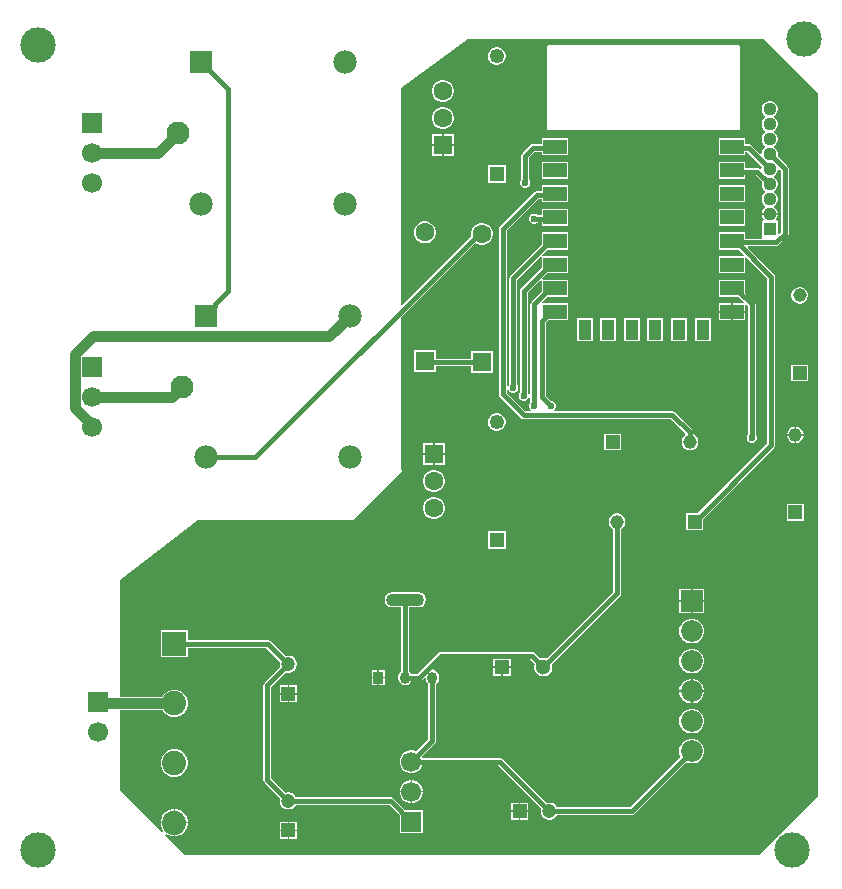
<source format=gtl>
G04*
G04 #@! TF.GenerationSoftware,Altium Limited,Altium Designer,24.1.2 (44)*
G04*
G04 Layer_Physical_Order=1*
G04 Layer_Color=255*
%FSLAX44Y44*%
%MOMM*%
G71*
G04*
G04 #@! TF.SameCoordinates,B745F531-A7CA-4E96-B01F-91F4E74D0D5B*
G04*
G04*
G04 #@! TF.FilePolarity,Positive*
G04*
G01*
G75*
%ADD17R,2.0000X1.2000*%
%ADD18R,1.1000X1.7000*%
G04:AMPARAMS|DCode=19|XSize=1.0043mm|YSize=3.1821mm|CornerRadius=0.4369mm|HoleSize=0mm|Usage=FLASHONLY|Rotation=90.000|XOffset=0mm|YOffset=0mm|HoleType=Round|Shape=RoundedRectangle|*
%AMROUNDEDRECTD19*
21,1,1.0043,2.3084,0,0,90.0*
21,1,0.1306,3.1821,0,0,90.0*
1,1,0.8737,1.1542,0.0653*
1,1,0.8737,1.1542,-0.0653*
1,1,0.8737,-1.1542,-0.0653*
1,1,0.8737,-1.1542,0.0653*
%
%ADD19ROUNDEDRECTD19*%
G04:AMPARAMS|DCode=20|XSize=1.0043mm|YSize=0.8721mm|CornerRadius=0.4361mm|HoleSize=0mm|Usage=FLASHONLY|Rotation=90.000|XOffset=0mm|YOffset=0mm|HoleType=Round|Shape=RoundedRectangle|*
%AMROUNDEDRECTD20*
21,1,1.0043,0.0000,0,0,90.0*
21,1,0.1322,0.8721,0,0,90.0*
1,1,0.8721,0.0000,0.0661*
1,1,0.8721,0.0000,-0.0661*
1,1,0.8721,0.0000,-0.0661*
1,1,0.8721,0.0000,0.0661*
%
%ADD20ROUNDEDRECTD20*%
%ADD21R,0.8721X1.0043*%
%ADD24C,0.9000*%
%ADD30C,1.6000*%
%ADD31R,1.6000X1.6000*%
%ADD34C,1.1200*%
%ADD35R,1.1200X1.1200*%
%ADD36C,1.8400*%
%ADD37R,1.8400X1.8400*%
%ADD38C,1.3000*%
%ADD39R,1.3000X1.3000*%
%ADD40C,1.2000*%
%ADD41R,1.2000X1.2000*%
%ADD42R,1.2000X1.2000*%
%ADD43C,1.1500*%
%ADD44R,1.1500X1.1500*%
%ADD45R,1.1500X1.1500*%
%ADD46C,1.2500*%
%ADD47R,1.2500X1.2500*%
%ADD52C,0.3810*%
%ADD53R,2.0550X2.0550*%
%ADD54C,2.0550*%
%ADD55R,1.9800X1.9800*%
%ADD56C,1.9350*%
%ADD57C,1.9800*%
%ADD58R,1.7000X1.7000*%
%ADD59C,1.7000*%
%ADD60R,1.6000X1.6000*%
%ADD61C,0.6000*%
%ADD62C,3.0000*%
G36*
X683260Y665480D02*
Y69850D01*
X633730Y20320D01*
X147320D01*
X130517Y37123D01*
X131341Y38052D01*
X133974Y36532D01*
X136910Y35745D01*
X137795D01*
Y46655D01*
X126885D01*
Y45770D01*
X127672Y42834D01*
X129192Y40201D01*
X128263Y39377D01*
X92710Y74930D01*
Y142407D01*
X128496D01*
X129192Y141201D01*
X131341Y139052D01*
X133974Y137532D01*
X136910Y136745D01*
X139950D01*
X142886Y137532D01*
X145519Y139052D01*
X147668Y141201D01*
X149188Y143834D01*
X149975Y146770D01*
Y149810D01*
X149188Y152746D01*
X147668Y155379D01*
X145519Y157528D01*
X142886Y159048D01*
X139950Y159835D01*
X136910D01*
X133974Y159048D01*
X131341Y157528D01*
X129192Y155379D01*
X128496Y154173D01*
X92710D01*
Y252730D01*
X158750Y303530D01*
X289560D01*
X331470Y345440D01*
X330200Y346710D01*
Y475482D01*
X393140Y538422D01*
X395202Y537232D01*
X397560Y536600D01*
X400000D01*
X402358Y537232D01*
X404472Y538452D01*
X406198Y540178D01*
X407418Y542292D01*
X408050Y544650D01*
Y547090D01*
X407418Y549448D01*
X406198Y551562D01*
X404472Y553288D01*
X402358Y554508D01*
X400000Y555140D01*
X397560D01*
X395202Y554508D01*
X393088Y553288D01*
X391362Y551562D01*
X390142Y549448D01*
X389510Y547090D01*
Y544650D01*
X389658Y544096D01*
X331373Y485811D01*
X330200Y486297D01*
Y661670D01*
Y669024D01*
X387350Y710934D01*
X637806D01*
X683260Y665480D01*
D02*
G37*
%LPC*%
G36*
X412470Y703950D02*
X410490D01*
X408577Y703438D01*
X406863Y702448D01*
X405462Y701047D01*
X404473Y699333D01*
X403960Y697420D01*
Y695440D01*
X404473Y693527D01*
X405462Y691813D01*
X406863Y690413D01*
X408577Y689423D01*
X410490Y688910D01*
X412470D01*
X414383Y689423D01*
X416097Y690413D01*
X417497Y691813D01*
X418488Y693527D01*
X419000Y695440D01*
Y697420D01*
X418488Y699333D01*
X417497Y701047D01*
X416097Y702448D01*
X414383Y703438D01*
X412470Y703950D01*
D02*
G37*
G36*
X366980Y676060D02*
X364540D01*
X362182Y675428D01*
X360068Y674208D01*
X358342Y672482D01*
X357122Y670368D01*
X356490Y668010D01*
Y665570D01*
X357122Y663212D01*
X358342Y661098D01*
X360068Y659372D01*
X362182Y658152D01*
X364540Y657520D01*
X366980D01*
X369338Y658152D01*
X371452Y659372D01*
X373178Y661098D01*
X374398Y663212D01*
X375030Y665570D01*
Y668010D01*
X374398Y670368D01*
X373178Y672482D01*
X371452Y674208D01*
X369338Y675428D01*
X366980Y676060D01*
D02*
G37*
G36*
Y653160D02*
X364540D01*
X362182Y652528D01*
X360068Y651308D01*
X358342Y649582D01*
X357122Y647468D01*
X356490Y645110D01*
Y642670D01*
X357122Y640312D01*
X358342Y638198D01*
X360068Y636472D01*
X362182Y635252D01*
X364540Y634620D01*
X366980D01*
X369338Y635252D01*
X371452Y636472D01*
X373178Y638198D01*
X374398Y640312D01*
X375030Y642670D01*
Y645110D01*
X374398Y647468D01*
X373178Y649582D01*
X371452Y651308D01*
X369338Y652528D01*
X366980Y653160D01*
D02*
G37*
G36*
X615780Y706195D02*
X455690D01*
X454718Y705792D01*
X454315Y704820D01*
Y634916D01*
X454718Y633944D01*
X455690Y633541D01*
X615780D01*
X616752Y633944D01*
X617155Y634916D01*
Y704820D01*
X616752Y705792D01*
X615780Y706195D01*
D02*
G37*
G36*
X375030Y630260D02*
X366395D01*
Y621625D01*
X375030D01*
Y630260D01*
D02*
G37*
G36*
X365125D02*
X356490D01*
Y621625D01*
X365125D01*
Y630260D01*
D02*
G37*
G36*
X643651Y658380D02*
X641843D01*
X640095Y657912D01*
X638529Y657007D01*
X637250Y655728D01*
X636345Y654162D01*
X635877Y652414D01*
Y650606D01*
X636345Y648858D01*
X637250Y647292D01*
X638529Y646013D01*
X638906Y645795D01*
Y644525D01*
X638529Y644307D01*
X637250Y643028D01*
X636345Y641462D01*
X635877Y639714D01*
Y637906D01*
X636345Y636158D01*
X637250Y634592D01*
X638529Y633313D01*
X638906Y633095D01*
Y631825D01*
X638529Y631607D01*
X637250Y630328D01*
X636345Y628762D01*
X635877Y627014D01*
Y625206D01*
X636345Y623458D01*
X637250Y621892D01*
X638529Y620613D01*
X638906Y620395D01*
Y619125D01*
X638529Y618907D01*
X637250Y617628D01*
X636345Y616062D01*
X635877Y614314D01*
Y613954D01*
X634607Y613428D01*
X627106Y620929D01*
X626056Y621631D01*
X624817Y621877D01*
X622050D01*
Y627090D01*
X599510D01*
Y612550D01*
X622050D01*
Y615403D01*
X623476D01*
X636170Y602709D01*
X635877Y601614D01*
Y601254D01*
X634607Y600728D01*
X634406Y600929D01*
X633356Y601631D01*
X632117Y601877D01*
X622050D01*
Y607090D01*
X599510D01*
Y592550D01*
X622050D01*
Y595403D01*
X630776D01*
X636170Y590009D01*
X635877Y588914D01*
Y587106D01*
X636345Y585358D01*
X637250Y583792D01*
X638529Y582513D01*
X638906Y582295D01*
Y581025D01*
X638529Y580807D01*
X637250Y579528D01*
X636345Y577962D01*
X635877Y576214D01*
Y574406D01*
X636345Y572658D01*
X637250Y571092D01*
X638529Y569813D01*
X638906Y569595D01*
Y568325D01*
X638529Y568107D01*
X637250Y566828D01*
X636345Y565262D01*
X635877Y563514D01*
Y563245D01*
X642747D01*
X649617D01*
Y563514D01*
X649149Y565262D01*
X648244Y566828D01*
X646965Y568107D01*
X646588Y568325D01*
Y569595D01*
X646965Y569813D01*
X648244Y571092D01*
X649149Y572658D01*
X649617Y574406D01*
Y576214D01*
X649149Y577962D01*
X648244Y579528D01*
X646965Y580807D01*
X646588Y581025D01*
Y582295D01*
X646965Y582513D01*
X648244Y583792D01*
X649149Y585358D01*
X649617Y587106D01*
Y588914D01*
X649149Y590662D01*
X648244Y592228D01*
X646965Y593507D01*
X646588Y593725D01*
Y594995D01*
X646965Y595213D01*
X648244Y596492D01*
X649149Y598058D01*
X649617Y599806D01*
Y600166D01*
X650887Y600692D01*
X652083Y599496D01*
Y547441D01*
X650790Y546148D01*
X649617Y546634D01*
Y556780D01*
X648429D01*
X647903Y558050D01*
X648244Y558392D01*
X649149Y559958D01*
X649617Y561706D01*
Y561975D01*
X642747D01*
X635877D01*
Y561706D01*
X636345Y559958D01*
X637250Y558392D01*
X637591Y558050D01*
X637065Y556780D01*
X635877D01*
Y543040D01*
X635877D01*
X635618Y541877D01*
X622050D01*
Y547090D01*
X599510D01*
Y532550D01*
X616452D01*
X620739Y528263D01*
X620252Y527090D01*
X599510D01*
Y512550D01*
X622050D01*
Y525293D01*
X623223Y525779D01*
X640653Y508349D01*
Y368591D01*
X581342Y309280D01*
X571880D01*
Y295240D01*
X585920D01*
Y304702D01*
X646179Y364961D01*
X646881Y366011D01*
X647127Y367250D01*
Y509690D01*
X646881Y510929D01*
X646179Y511979D01*
X623929Y534230D01*
X624415Y535403D01*
X647860D01*
X649099Y535649D01*
X650149Y536351D01*
X657609Y543811D01*
X658311Y544861D01*
X658557Y546100D01*
Y600837D01*
X658311Y602076D01*
X657609Y603126D01*
X649324Y611411D01*
X649617Y612506D01*
Y614314D01*
X649149Y616062D01*
X648244Y617628D01*
X646965Y618907D01*
X646588Y619125D01*
Y620395D01*
X646965Y620613D01*
X648244Y621892D01*
X649149Y623458D01*
X649617Y625206D01*
Y627014D01*
X649149Y628762D01*
X648244Y630328D01*
X646965Y631607D01*
X646588Y631825D01*
Y633095D01*
X646965Y633313D01*
X648244Y634592D01*
X649149Y636158D01*
X649617Y637906D01*
Y639714D01*
X649149Y641462D01*
X648244Y643028D01*
X646965Y644307D01*
X646588Y644525D01*
Y645795D01*
X646965Y646013D01*
X648244Y647292D01*
X649149Y648858D01*
X649617Y650606D01*
Y652414D01*
X649149Y654162D01*
X648244Y655728D01*
X646965Y657007D01*
X645399Y657912D01*
X643651Y658380D01*
D02*
G37*
G36*
X472050Y627090D02*
X449510D01*
Y621877D01*
X442110D01*
X440871Y621631D01*
X439821Y620929D01*
X433321Y614429D01*
X432619Y613379D01*
X432373Y612140D01*
Y592081D01*
X431990Y591699D01*
X431340Y590129D01*
Y588431D01*
X431990Y586861D01*
X433191Y585660D01*
X434761Y585010D01*
X436459D01*
X438029Y585660D01*
X439230Y586861D01*
X439880Y588431D01*
Y590129D01*
X439230Y591699D01*
X438847Y592081D01*
Y610799D01*
X443451Y615403D01*
X449510D01*
Y612550D01*
X472050D01*
Y627090D01*
D02*
G37*
G36*
X375030Y620355D02*
X366395D01*
Y611720D01*
X375030D01*
Y620355D01*
D02*
G37*
G36*
X365125D02*
X356490D01*
Y611720D01*
X365125D01*
Y620355D01*
D02*
G37*
G36*
X472050Y607090D02*
X449510D01*
Y592550D01*
X472050D01*
Y607090D01*
D02*
G37*
G36*
X419000Y603950D02*
X403960D01*
Y588910D01*
X419000D01*
Y603950D01*
D02*
G37*
G36*
X622050Y587090D02*
X599510D01*
Y572550D01*
X622050D01*
Y587090D01*
D02*
G37*
G36*
X472050D02*
X449510D01*
Y581877D01*
X445290D01*
X444051Y581631D01*
X443001Y580929D01*
X414271Y552199D01*
X413569Y551149D01*
X413323Y549910D01*
Y410210D01*
X413569Y408971D01*
X414271Y407921D01*
X432051Y390141D01*
X433101Y389439D01*
X434340Y389193D01*
X558729D01*
X571187Y376735D01*
X571059Y375349D01*
X570780Y375187D01*
X569473Y373880D01*
X568548Y372280D01*
X568070Y370494D01*
Y368646D01*
X568548Y366860D01*
X569473Y365260D01*
X570780Y363953D01*
X572380Y363028D01*
X574166Y362550D01*
X576014D01*
X577800Y363028D01*
X579400Y363953D01*
X580707Y365260D01*
X581632Y366860D01*
X582110Y368646D01*
Y370494D01*
X581632Y372280D01*
X580707Y373880D01*
X579400Y375187D01*
X577950Y376025D01*
Y377787D01*
X577704Y379026D01*
X577002Y380076D01*
X562359Y394719D01*
X561309Y395421D01*
X560070Y395667D01*
X460652D01*
X460126Y396937D01*
X460820Y397631D01*
X461470Y399201D01*
Y400899D01*
X460820Y402469D01*
X459619Y403670D01*
X458049Y404320D01*
X457287D01*
X452817Y408790D01*
Y470574D01*
X454793Y472550D01*
X472050D01*
Y487090D01*
X450424D01*
X449898Y488360D01*
X454088Y492550D01*
X472050D01*
Y507090D01*
X450424D01*
X449898Y508360D01*
X454088Y512550D01*
X472050D01*
Y527090D01*
X450424D01*
X449898Y528360D01*
X454088Y532550D01*
X472050D01*
Y547090D01*
X449510D01*
Y537128D01*
X423161Y510779D01*
X422459Y509729D01*
X422213Y508490D01*
Y418091D01*
X421830Y417709D01*
X421180Y416139D01*
Y414441D01*
X421830Y412871D01*
X423031Y411670D01*
X424601Y411020D01*
X426299D01*
X427869Y411670D01*
X429070Y412871D01*
X429720Y414441D01*
Y416139D01*
X429070Y417709D01*
X428687Y418091D01*
Y507149D01*
X448240Y526702D01*
X449510Y526176D01*
Y517128D01*
X432051Y499669D01*
X431349Y498619D01*
X431103Y497380D01*
Y411741D01*
X430720Y411359D01*
X430070Y409789D01*
Y408091D01*
X430720Y406521D01*
X431921Y405320D01*
X433491Y404670D01*
X435189D01*
X436759Y405320D01*
X437960Y406521D01*
X438610Y408091D01*
Y409789D01*
X437960Y411359D01*
X437577Y411741D01*
Y496039D01*
X448240Y506702D01*
X449510Y506176D01*
Y497128D01*
X440941Y488559D01*
X440239Y487509D01*
X439993Y486270D01*
Y402851D01*
X439610Y402469D01*
X438960Y400899D01*
Y399201D01*
X439610Y397631D01*
X440304Y396937D01*
X439778Y395667D01*
X435681D01*
X419797Y411551D01*
Y548569D01*
X446631Y575403D01*
X449510D01*
Y572550D01*
X472050D01*
Y587090D01*
D02*
G37*
G36*
Y567090D02*
X449510D01*
Y562037D01*
X446031D01*
X445649Y562420D01*
X444079Y563070D01*
X442381D01*
X440811Y562420D01*
X439610Y561219D01*
X438960Y559649D01*
Y557951D01*
X439610Y556381D01*
X440811Y555180D01*
X442381Y554530D01*
X444079D01*
X445649Y555180D01*
X446031Y555563D01*
X449510D01*
Y552550D01*
X472050D01*
Y567090D01*
D02*
G37*
G36*
X622050D02*
X599510D01*
Y552550D01*
X622050D01*
Y567090D01*
D02*
G37*
G36*
X351740Y556410D02*
X349300D01*
X346942Y555778D01*
X344828Y554558D01*
X343102Y552832D01*
X341882Y550718D01*
X341250Y548360D01*
Y545920D01*
X341882Y543562D01*
X343102Y541448D01*
X344828Y539722D01*
X346942Y538502D01*
X349300Y537870D01*
X351740D01*
X354098Y538502D01*
X356212Y539722D01*
X357938Y541448D01*
X359158Y543562D01*
X359790Y545920D01*
Y548360D01*
X359158Y550718D01*
X357938Y552832D01*
X356212Y554558D01*
X354098Y555778D01*
X351740Y556410D01*
D02*
G37*
G36*
X668944Y500830D02*
X667096D01*
X665310Y500352D01*
X663710Y499427D01*
X662403Y498120D01*
X661478Y496520D01*
X661000Y494734D01*
Y492886D01*
X661478Y491100D01*
X662403Y489500D01*
X663710Y488193D01*
X665310Y487268D01*
X667096Y486790D01*
X668944D01*
X670730Y487268D01*
X672330Y488193D01*
X673637Y489500D01*
X674562Y491100D01*
X675040Y492886D01*
Y494734D01*
X674562Y496520D01*
X673637Y498120D01*
X672330Y499427D01*
X670730Y500352D01*
X668944Y500830D01*
D02*
G37*
G36*
X610145Y487090D02*
X599510D01*
Y480455D01*
X610145D01*
Y487090D01*
D02*
G37*
G36*
X622050Y479185D02*
X611415D01*
Y472550D01*
X622050D01*
Y479185D01*
D02*
G37*
G36*
X610145D02*
X599510D01*
Y472550D01*
X610145D01*
Y479185D01*
D02*
G37*
G36*
X592550Y474590D02*
X579010D01*
Y455050D01*
X592550D01*
Y474590D01*
D02*
G37*
G36*
X572550D02*
X559010D01*
Y455050D01*
X572550D01*
Y474590D01*
D02*
G37*
G36*
X552550D02*
X539010D01*
Y455050D01*
X552550D01*
Y474590D01*
D02*
G37*
G36*
X532550D02*
X519010D01*
Y455050D01*
X532550D01*
Y474590D01*
D02*
G37*
G36*
X512550D02*
X499010D01*
Y455050D01*
X512550D01*
Y474590D01*
D02*
G37*
G36*
X492550D02*
X479010D01*
Y455050D01*
X492550D01*
Y474590D01*
D02*
G37*
G36*
X359790Y447650D02*
X341250D01*
Y429110D01*
X359790D01*
Y433873D01*
X389510D01*
Y427840D01*
X408050D01*
Y446380D01*
X389510D01*
Y440347D01*
X359790D01*
Y447650D01*
D02*
G37*
G36*
X675040Y435230D02*
X661000D01*
Y421190D01*
X675040D01*
Y435230D01*
D02*
G37*
G36*
X412470Y394070D02*
X410490D01*
X408577Y393558D01*
X406863Y392567D01*
X405462Y391167D01*
X404473Y389453D01*
X403960Y387540D01*
Y385560D01*
X404473Y383647D01*
X405462Y381933D01*
X406863Y380532D01*
X408577Y379543D01*
X410490Y379030D01*
X412470D01*
X414383Y379543D01*
X416097Y380532D01*
X417497Y381933D01*
X418488Y383647D01*
X419000Y385560D01*
Y387540D01*
X418488Y389453D01*
X417497Y391167D01*
X416097Y392567D01*
X414383Y393558D01*
X412470Y394070D01*
D02*
G37*
G36*
X665134Y382720D02*
X664845D01*
Y376335D01*
X671230D01*
Y376624D01*
X670752Y378410D01*
X669827Y380010D01*
X668520Y381317D01*
X666920Y382242D01*
X665134Y382720D01*
D02*
G37*
G36*
X663575D02*
X663286D01*
X661500Y382242D01*
X659900Y381317D01*
X658593Y380010D01*
X657668Y378410D01*
X657190Y376624D01*
Y376335D01*
X663575D01*
Y382720D01*
D02*
G37*
G36*
X622050Y507090D02*
X599510D01*
Y492550D01*
X616452D01*
X620739Y488263D01*
X620253Y487090D01*
X611415D01*
Y480455D01*
X622050D01*
Y485293D01*
X623223Y485779D01*
X624143Y484859D01*
Y376181D01*
X623760Y375799D01*
X623110Y374229D01*
Y372531D01*
X623760Y370961D01*
X624961Y369760D01*
X626531Y369110D01*
X628229D01*
X629799Y369760D01*
X631000Y370961D01*
X631650Y372531D01*
Y374229D01*
X631000Y375799D01*
X630617Y376181D01*
Y486200D01*
X630371Y487439D01*
X629669Y488489D01*
X622050Y496108D01*
Y507090D01*
D02*
G37*
G36*
X671230Y375065D02*
X664845D01*
Y368680D01*
X665134D01*
X666920Y369158D01*
X668520Y370083D01*
X669827Y371390D01*
X670752Y372990D01*
X671230Y374776D01*
Y375065D01*
D02*
G37*
G36*
X663575D02*
X657190D01*
Y374776D01*
X657668Y372990D01*
X658593Y371390D01*
X659900Y370083D01*
X661500Y369158D01*
X663286Y368680D01*
X663575D01*
Y375065D01*
D02*
G37*
G36*
X516510Y376590D02*
X502470D01*
Y362550D01*
X516510D01*
Y376590D01*
D02*
G37*
G36*
X367410Y368720D02*
X358775D01*
Y360085D01*
X367410D01*
Y368720D01*
D02*
G37*
G36*
X357505D02*
X348870D01*
Y360085D01*
X357505D01*
Y368720D01*
D02*
G37*
G36*
X367410Y358815D02*
X358775D01*
Y350180D01*
X367410D01*
Y358815D01*
D02*
G37*
G36*
X357505D02*
X348870D01*
Y350180D01*
X357505D01*
Y358815D01*
D02*
G37*
G36*
X359360Y345820D02*
X356920D01*
X354562Y345188D01*
X352448Y343968D01*
X350722Y342242D01*
X349502Y340128D01*
X348870Y337770D01*
Y335330D01*
X349502Y332972D01*
X350722Y330858D01*
X352448Y329132D01*
X354562Y327912D01*
X356920Y327280D01*
X359360D01*
X361718Y327912D01*
X363832Y329132D01*
X365558Y330858D01*
X366778Y332972D01*
X367410Y335330D01*
Y337770D01*
X366778Y340128D01*
X365558Y342242D01*
X363832Y343968D01*
X361718Y345188D01*
X359360Y345820D01*
D02*
G37*
G36*
Y322920D02*
X356920D01*
X354562Y322288D01*
X352448Y321068D01*
X350722Y319342D01*
X349502Y317228D01*
X348870Y314870D01*
Y312430D01*
X349502Y310072D01*
X350722Y307958D01*
X352448Y306232D01*
X354562Y305012D01*
X356920Y304380D01*
X359360D01*
X361718Y305012D01*
X363832Y306232D01*
X365558Y307958D01*
X366778Y310072D01*
X367410Y312430D01*
Y314870D01*
X366778Y317228D01*
X365558Y319342D01*
X363832Y321068D01*
X361718Y322288D01*
X359360Y322920D01*
D02*
G37*
G36*
X671230Y317120D02*
X657190D01*
Y303080D01*
X671230D01*
Y317120D01*
D02*
G37*
G36*
X419000Y294070D02*
X403960D01*
Y279030D01*
X419000D01*
Y294070D01*
D02*
G37*
G36*
X587050Y245420D02*
X577215D01*
Y235585D01*
X587050D01*
Y245420D01*
D02*
G37*
G36*
X575945D02*
X566110D01*
Y235585D01*
X575945D01*
Y245420D01*
D02*
G37*
G36*
X587050Y234315D02*
X577215D01*
Y224480D01*
X587050D01*
Y234315D01*
D02*
G37*
G36*
X575945D02*
X566110D01*
Y224480D01*
X575945D01*
Y234315D01*
D02*
G37*
G36*
X577958Y220020D02*
X575202D01*
X572539Y219307D01*
X570151Y217928D01*
X568202Y215979D01*
X566824Y213591D01*
X566110Y210928D01*
Y208172D01*
X566824Y205509D01*
X568202Y203121D01*
X570151Y201172D01*
X572539Y199793D01*
X575202Y199080D01*
X577958D01*
X580621Y199793D01*
X583009Y201172D01*
X584958Y203121D01*
X586337Y205509D01*
X587050Y208172D01*
Y210928D01*
X586337Y213591D01*
X584958Y215979D01*
X583009Y217928D01*
X580621Y219307D01*
X577958Y220020D01*
D02*
G37*
G36*
X514224Y309280D02*
X512376D01*
X510590Y308802D01*
X508990Y307877D01*
X507683Y306570D01*
X506758Y304970D01*
X506280Y303184D01*
Y301336D01*
X506758Y299550D01*
X507683Y297950D01*
X508990Y296643D01*
X510063Y296023D01*
Y242861D01*
X453583Y186382D01*
X451873Y186840D01*
X449827D01*
X448116Y186382D01*
X443464Y191034D01*
X442414Y191736D01*
X441175Y191982D01*
X364087D01*
X362848Y191736D01*
X361798Y191034D01*
X344251Y173487D01*
X339060D01*
X338069Y174970D01*
X337247Y175520D01*
Y229748D01*
X345552D01*
X347752Y230186D01*
X349617Y231432D01*
X350863Y233297D01*
X351301Y235497D01*
Y236803D01*
X350863Y239003D01*
X349617Y240868D01*
X347752Y242114D01*
X345552Y242552D01*
X322468D01*
X320268Y242114D01*
X318403Y240868D01*
X317157Y239003D01*
X316719Y236803D01*
Y235497D01*
X317157Y233297D01*
X318403Y231432D01*
X320268Y230186D01*
X322468Y229748D01*
X330773D01*
Y175520D01*
X329950Y174970D01*
X328706Y173108D01*
X328269Y170911D01*
Y169589D01*
X328706Y167392D01*
X329950Y165530D01*
X331813Y164285D01*
X334010Y163848D01*
X336207Y164285D01*
X338069Y165530D01*
X339060Y167013D01*
X345592D01*
X346831Y167259D01*
X347881Y167961D01*
X349899Y169979D01*
X350858Y169685D01*
X351192Y169475D01*
X351606Y167392D01*
X352850Y165530D01*
X353673Y164980D01*
Y118221D01*
X343340Y107888D01*
X342861Y108164D01*
X340376Y108830D01*
X337804D01*
X335319Y108164D01*
X333091Y106878D01*
X331272Y105059D01*
X329986Y102831D01*
X329320Y100346D01*
Y97774D01*
X329986Y95289D01*
X331272Y93061D01*
X333091Y91242D01*
X335319Y89956D01*
X337804Y89290D01*
X340376D01*
X342861Y89956D01*
X345089Y91242D01*
X346908Y93061D01*
X348194Y95289D01*
X348337Y95823D01*
X412679D01*
X449027Y59475D01*
X448660Y58107D01*
Y56193D01*
X449155Y54344D01*
X450113Y52686D01*
X451466Y51333D01*
X453124Y50375D01*
X454973Y49880D01*
X456887D01*
X458736Y50375D01*
X460394Y51333D01*
X461747Y52686D01*
X462456Y53913D01*
X525780D01*
X527019Y54159D01*
X528069Y54861D01*
X571818Y98610D01*
X572539Y98194D01*
X575202Y97480D01*
X577958D01*
X580621Y98194D01*
X583009Y99572D01*
X584958Y101521D01*
X586337Y103909D01*
X587050Y106572D01*
Y109328D01*
X586337Y111991D01*
X584958Y114379D01*
X583009Y116328D01*
X580621Y117706D01*
X577958Y118420D01*
X575202D01*
X572539Y117706D01*
X570151Y116328D01*
X568202Y114379D01*
X566824Y111991D01*
X566110Y109328D01*
Y106572D01*
X566824Y103909D01*
X567240Y103188D01*
X524439Y60387D01*
X462456D01*
X461747Y61614D01*
X460394Y62967D01*
X458736Y63925D01*
X456887Y64420D01*
X454973D01*
X453605Y64053D01*
X416309Y101349D01*
X415259Y102051D01*
X414020Y102297D01*
X348539D01*
X348061Y103453D01*
X359199Y114591D01*
X359901Y115641D01*
X360147Y116880D01*
Y164980D01*
X360970Y165530D01*
X362214Y167392D01*
X362651Y169589D01*
Y170911D01*
X362214Y173108D01*
X360970Y174970D01*
X359107Y176215D01*
X358126Y176410D01*
X357708Y177788D01*
X365428Y185508D01*
X408080D01*
Y179705D01*
X423620D01*
Y185508D01*
X439834D01*
X443538Y181803D01*
X443080Y180093D01*
Y178047D01*
X443610Y176071D01*
X444632Y174299D01*
X446079Y172852D01*
X447851Y171829D01*
X449827Y171300D01*
X451873D01*
X453849Y171829D01*
X455621Y172852D01*
X457067Y174299D01*
X458091Y176071D01*
X458620Y178047D01*
Y180093D01*
X458162Y181803D01*
X515589Y239231D01*
X516291Y240281D01*
X516537Y241520D01*
Y296023D01*
X517610Y296643D01*
X518917Y297950D01*
X519842Y299550D01*
X520320Y301336D01*
Y303184D01*
X519842Y304970D01*
X518917Y306570D01*
X517610Y307877D01*
X516010Y308802D01*
X514224Y309280D01*
D02*
G37*
G36*
X149975Y210335D02*
X126885D01*
Y187245D01*
X149975D01*
Y195553D01*
X216229D01*
X228047Y183735D01*
X227680Y182367D01*
Y180453D01*
X228047Y179085D01*
X214881Y165919D01*
X214179Y164869D01*
X213933Y163630D01*
Y83620D01*
X214179Y82381D01*
X214881Y81331D01*
X228047Y68165D01*
X227680Y66797D01*
Y64883D01*
X228175Y63034D01*
X229133Y61376D01*
X230486Y60023D01*
X232144Y59065D01*
X233993Y58570D01*
X235907D01*
X237756Y59065D01*
X239414Y60023D01*
X240767Y61376D01*
X241476Y62603D01*
X320169D01*
X329320Y53452D01*
Y38490D01*
X348860D01*
Y58030D01*
X333898D01*
X323799Y68129D01*
X322749Y68831D01*
X321510Y69077D01*
X241476D01*
X240767Y70304D01*
X239414Y71657D01*
X237756Y72615D01*
X235907Y73110D01*
X233993D01*
X232625Y72743D01*
X220407Y84961D01*
Y162289D01*
X232625Y174507D01*
X233993Y174140D01*
X235907D01*
X237756Y174635D01*
X239414Y175593D01*
X240767Y176946D01*
X241725Y178604D01*
X242220Y180453D01*
Y182367D01*
X241725Y184216D01*
X240767Y185874D01*
X239414Y187227D01*
X237756Y188185D01*
X235907Y188680D01*
X233993D01*
X232625Y188313D01*
X219859Y201079D01*
X218809Y201781D01*
X217570Y202027D01*
X149975D01*
Y210335D01*
D02*
G37*
G36*
X577958Y194620D02*
X575202D01*
X572539Y193906D01*
X570151Y192528D01*
X568202Y190579D01*
X566824Y188191D01*
X566110Y185528D01*
Y182772D01*
X566824Y180109D01*
X568202Y177721D01*
X570151Y175772D01*
X572539Y174394D01*
X575202Y173680D01*
X577958D01*
X580621Y174394D01*
X583009Y175772D01*
X584958Y177721D01*
X586337Y180109D01*
X587050Y182772D01*
Y185528D01*
X586337Y188191D01*
X584958Y190579D01*
X583009Y192528D01*
X580621Y193906D01*
X577958Y194620D01*
D02*
G37*
G36*
X423620Y178435D02*
X416485D01*
Y171300D01*
X423620D01*
Y178435D01*
D02*
G37*
G36*
X415215D02*
X408080D01*
Y171300D01*
X415215D01*
Y178435D01*
D02*
G37*
G36*
X316741Y176542D02*
X311745D01*
Y170885D01*
X316741D01*
Y176542D01*
D02*
G37*
G36*
X310475D02*
X305479D01*
Y170885D01*
X310475D01*
Y176542D01*
D02*
G37*
G36*
X316741Y169615D02*
X311745D01*
Y163958D01*
X316741D01*
Y169615D01*
D02*
G37*
G36*
X310475D02*
X305479D01*
Y163958D01*
X310475D01*
Y169615D01*
D02*
G37*
G36*
X577958Y169220D02*
X577215D01*
Y159385D01*
X587050D01*
Y160128D01*
X586337Y162791D01*
X584958Y165179D01*
X583009Y167128D01*
X580621Y168507D01*
X577958Y169220D01*
D02*
G37*
G36*
X575945D02*
X575202D01*
X572539Y168507D01*
X570151Y167128D01*
X568202Y165179D01*
X566824Y162791D01*
X566110Y160128D01*
Y159385D01*
X575945D01*
Y169220D01*
D02*
G37*
G36*
X242220Y163680D02*
X235585D01*
Y157045D01*
X242220D01*
Y163680D01*
D02*
G37*
G36*
X234315D02*
X227680D01*
Y157045D01*
X234315D01*
Y163680D01*
D02*
G37*
G36*
X242220Y155775D02*
X235585D01*
Y149140D01*
X242220D01*
Y155775D01*
D02*
G37*
G36*
X234315D02*
X227680D01*
Y149140D01*
X234315D01*
Y155775D01*
D02*
G37*
G36*
X587050Y158115D02*
X577215D01*
Y148280D01*
X577958D01*
X580621Y148994D01*
X583009Y150372D01*
X584958Y152321D01*
X586337Y154709D01*
X587050Y157372D01*
Y158115D01*
D02*
G37*
G36*
X575945D02*
X566110D01*
Y157372D01*
X566824Y154709D01*
X568202Y152321D01*
X570151Y150372D01*
X572539Y148994D01*
X575202Y148280D01*
X575945D01*
Y158115D01*
D02*
G37*
G36*
X577958Y143820D02*
X575202D01*
X572539Y143106D01*
X570151Y141728D01*
X568202Y139779D01*
X566824Y137391D01*
X566110Y134728D01*
Y131972D01*
X566824Y129309D01*
X568202Y126921D01*
X570151Y124972D01*
X572539Y123594D01*
X575202Y122880D01*
X577958D01*
X580621Y123594D01*
X583009Y124972D01*
X584958Y126921D01*
X586337Y129309D01*
X587050Y131972D01*
Y134728D01*
X586337Y137391D01*
X584958Y139779D01*
X583009Y141728D01*
X580621Y143106D01*
X577958Y143820D01*
D02*
G37*
G36*
X139950Y109335D02*
X136910D01*
X133974Y108548D01*
X131341Y107028D01*
X129192Y104879D01*
X127672Y102246D01*
X126885Y99310D01*
Y96270D01*
X127672Y93334D01*
X129192Y90701D01*
X131341Y88552D01*
X133974Y87032D01*
X136910Y86245D01*
X139950D01*
X142886Y87032D01*
X145519Y88552D01*
X147668Y90701D01*
X149188Y93334D01*
X149975Y96270D01*
Y99310D01*
X149188Y102246D01*
X147668Y104879D01*
X145519Y107028D01*
X142886Y108548D01*
X139950Y109335D01*
D02*
G37*
G36*
X340376Y83430D02*
X339725D01*
Y74295D01*
X348860D01*
Y74946D01*
X348194Y77431D01*
X346908Y79659D01*
X345089Y81478D01*
X342861Y82764D01*
X340376Y83430D01*
D02*
G37*
G36*
X338455D02*
X337804D01*
X335319Y82764D01*
X333091Y81478D01*
X331272Y79659D01*
X329986Y77431D01*
X329320Y74946D01*
Y74295D01*
X338455D01*
Y83430D01*
D02*
G37*
G36*
X348860Y73025D02*
X339725D01*
Y63890D01*
X340376D01*
X342861Y64556D01*
X345089Y65842D01*
X346908Y67661D01*
X348194Y69889D01*
X348860Y72374D01*
Y73025D01*
D02*
G37*
G36*
X338455D02*
X329320D01*
Y72374D01*
X329986Y69889D01*
X331272Y67661D01*
X333091Y65842D01*
X335319Y64556D01*
X337804Y63890D01*
X338455D01*
Y73025D01*
D02*
G37*
G36*
X438200Y64420D02*
X431565D01*
Y57785D01*
X438200D01*
Y64420D01*
D02*
G37*
G36*
X430295D02*
X423660D01*
Y57785D01*
X430295D01*
Y64420D01*
D02*
G37*
G36*
X438200Y56515D02*
X431565D01*
Y49880D01*
X438200D01*
Y56515D01*
D02*
G37*
G36*
X430295D02*
X423660D01*
Y49880D01*
X430295D01*
Y56515D01*
D02*
G37*
G36*
X139950Y58835D02*
X139065D01*
Y47925D01*
X149975D01*
Y48810D01*
X149188Y51746D01*
X147668Y54379D01*
X145519Y56528D01*
X142886Y58048D01*
X139950Y58835D01*
D02*
G37*
G36*
X137795D02*
X136910D01*
X133974Y58048D01*
X131341Y56528D01*
X129192Y54379D01*
X127672Y51746D01*
X126885Y48810D01*
Y47925D01*
X137795D01*
Y58835D01*
D02*
G37*
G36*
X242220Y48110D02*
X235585D01*
Y41475D01*
X242220D01*
Y48110D01*
D02*
G37*
G36*
X234315D02*
X227680D01*
Y41475D01*
X234315D01*
Y48110D01*
D02*
G37*
G36*
X149975Y46655D02*
X139065D01*
Y35745D01*
X139950D01*
X142886Y36532D01*
X145519Y38052D01*
X147668Y40201D01*
X149188Y42834D01*
X149975Y45770D01*
Y46655D01*
D02*
G37*
G36*
X242220Y40205D02*
X235585D01*
Y33570D01*
X242220D01*
Y40205D01*
D02*
G37*
G36*
X234315D02*
X227680D01*
Y33570D01*
X234315D01*
Y40205D01*
D02*
G37*
%LPD*%
D17*
X460780Y619820D02*
D03*
Y599820D02*
D03*
Y579820D02*
D03*
Y559820D02*
D03*
Y539820D02*
D03*
Y519820D02*
D03*
Y499820D02*
D03*
Y479820D02*
D03*
X610780D02*
D03*
Y499820D02*
D03*
Y519820D02*
D03*
Y539820D02*
D03*
Y559820D02*
D03*
Y579820D02*
D03*
Y599820D02*
D03*
Y619820D02*
D03*
D18*
X485780Y464820D02*
D03*
X505780D02*
D03*
X525780D02*
D03*
X545780D02*
D03*
X565780D02*
D03*
X585780D02*
D03*
D19*
X334010Y236150D02*
D03*
D20*
X356910Y170250D02*
D03*
X334010D02*
D03*
D21*
X311110D02*
D03*
D24*
X54310Y398705D02*
Y443960D01*
Y398705D02*
X68580Y384435D01*
X54310Y443960D02*
X69577Y459227D01*
X269727D02*
X287060Y476560D01*
X69577Y459227D02*
X269727D01*
X68580Y382270D02*
Y384435D01*
Y407670D02*
X136170D01*
X124740Y614680D02*
X141250Y631190D01*
X68580Y614680D02*
X124740D01*
X136170Y407670D02*
X145060Y416560D01*
X75230Y148290D02*
X138430D01*
D30*
X350520Y547140D02*
D03*
X398780Y545870D02*
D03*
X365760Y666790D02*
D03*
Y643890D02*
D03*
X358140Y313650D02*
D03*
Y336550D02*
D03*
D31*
X350520Y438380D02*
D03*
X398780Y437110D02*
D03*
D34*
X642747Y651510D02*
D03*
Y638810D02*
D03*
Y626110D02*
D03*
Y613410D02*
D03*
Y600710D02*
D03*
Y588010D02*
D03*
Y575310D02*
D03*
Y562610D02*
D03*
D35*
Y549910D02*
D03*
D36*
X576580Y107950D02*
D03*
Y133350D02*
D03*
Y158750D02*
D03*
Y184150D02*
D03*
Y209550D02*
D03*
D37*
Y234950D02*
D03*
D38*
X450850Y179070D02*
D03*
D39*
X415850D02*
D03*
D40*
X455930Y57150D02*
D03*
X234950Y65840D02*
D03*
Y181410D02*
D03*
D41*
X430930Y57150D02*
D03*
D42*
X234950Y40840D02*
D03*
Y156410D02*
D03*
D43*
X668020Y493810D02*
D03*
X575090Y369570D02*
D03*
X513300Y302260D02*
D03*
X664210Y375700D02*
D03*
D44*
X668020Y428210D02*
D03*
X664210Y310100D02*
D03*
D45*
X509490Y369570D02*
D03*
X578900Y302260D02*
D03*
D46*
X411480Y696430D02*
D03*
Y386550D02*
D03*
D47*
Y596430D02*
D03*
Y286550D02*
D03*
D52*
X449580Y407449D02*
X456979Y400050D01*
X457200D01*
X449580Y407449D02*
Y471915D01*
X206700Y356560D02*
X396010Y545870D01*
X398780D01*
X165060Y356560D02*
X206700D01*
X173055Y486745D02*
X184150Y497840D01*
Y668290D01*
X165060Y476560D02*
X173055Y484555D01*
X161250Y691190D02*
X184150Y668290D01*
X173055Y484555D02*
Y486745D01*
X217170Y83620D02*
Y163630D01*
X234950Y181410D01*
X217170Y83620D02*
X234950Y65840D01*
X350520Y438380D02*
X351790Y437110D01*
X398780D01*
X443230Y486270D02*
X456780Y499820D01*
X443230Y400050D02*
Y486270D01*
X425450Y508490D02*
X455600Y538640D01*
X425450Y415290D02*
Y508490D01*
X416560Y410210D02*
X434340Y392430D01*
X416560Y410210D02*
Y549910D01*
X445290Y578640D01*
X455600Y538640D02*
X460940D01*
X434340Y392430D02*
X560070D01*
X452685Y475725D02*
X456780Y479820D01*
X452685Y475020D02*
Y475725D01*
X449580Y471915D02*
X452685Y475020D01*
X456780Y479820D02*
X460780D01*
X456780Y499820D02*
X460780D01*
X434340Y408940D02*
Y497380D01*
X456780Y519820D01*
X574713Y369947D02*
X575090Y369570D01*
X574713Y369947D02*
Y377787D01*
X560070Y392430D02*
X574713Y377787D01*
X456780Y519820D02*
X460780D01*
X445290Y578640D02*
X460940D01*
X443230Y558800D02*
X460780D01*
X460940Y558640D01*
X435610Y612140D02*
X442110Y618640D01*
X435610Y589280D02*
Y612140D01*
X643890Y367250D02*
Y509690D01*
X578900Y302260D02*
X643890Y367250D01*
X614940Y538640D02*
X643890Y509690D01*
X627380Y373380D02*
Y486200D01*
X610940Y498640D02*
X614940D01*
X627380Y486200D01*
X614940Y538640D02*
X647860D01*
X610940D02*
X614940D01*
X442110Y618640D02*
X460940D01*
X655320Y546100D02*
Y600837D01*
X647860Y538640D02*
X655320Y546100D01*
X642747Y613410D02*
X655320Y600837D01*
X632117Y598640D02*
X642747Y588010D01*
X610940Y598640D02*
X632117D01*
X624817Y618640D02*
X642747Y600710D01*
X610940Y618640D02*
X624817D01*
X525780Y57150D02*
X576580Y107950D01*
X455930Y57150D02*
X525780D01*
X513300Y241520D02*
Y302260D01*
X450850Y179070D02*
X513300Y241520D01*
X441175Y188745D02*
X450850Y179070D01*
X364087Y188745D02*
X441175D01*
X345592Y170250D02*
X364087Y188745D01*
X334010Y170250D02*
X345592D01*
X334010D02*
Y236150D01*
X339090Y99060D02*
X356910Y116880D01*
Y170250D01*
X339090Y99060D02*
X414020D01*
X455930Y57150D01*
X234950Y65840D02*
X321510D01*
X339090Y48260D01*
X138430Y198790D02*
X217570D01*
X234950Y181410D01*
X73660Y149860D02*
X75230Y148290D01*
D53*
X138430Y198790D02*
D03*
D54*
Y148290D02*
D03*
Y97790D02*
D03*
Y47290D02*
D03*
D55*
X165060Y476560D02*
D03*
X161250Y691190D02*
D03*
D56*
X145060Y416560D02*
D03*
X141250Y631190D02*
D03*
D57*
X165060Y356560D02*
D03*
X287060D02*
D03*
Y476560D02*
D03*
X161250Y571190D02*
D03*
X283250D02*
D03*
Y691190D02*
D03*
D58*
X73660Y149860D02*
D03*
X68580Y640080D02*
D03*
Y433070D02*
D03*
X339090Y48260D02*
D03*
D59*
X73660Y124460D02*
D03*
X68580Y614680D02*
D03*
Y589280D02*
D03*
Y407670D02*
D03*
Y382270D02*
D03*
X339090Y99060D02*
D03*
Y73660D02*
D03*
D60*
X365760Y620990D02*
D03*
X358140Y359450D02*
D03*
D61*
X457200Y400050D02*
D03*
X443230D02*
D03*
X425450Y415290D02*
D03*
X434340Y408940D02*
D03*
X443230Y558800D02*
D03*
X435610Y589280D02*
D03*
X627380Y373380D02*
D03*
D62*
X22860Y24130D02*
D03*
Y706120D02*
D03*
X661670Y24130D02*
D03*
X671830Y711200D02*
D03*
M02*

</source>
